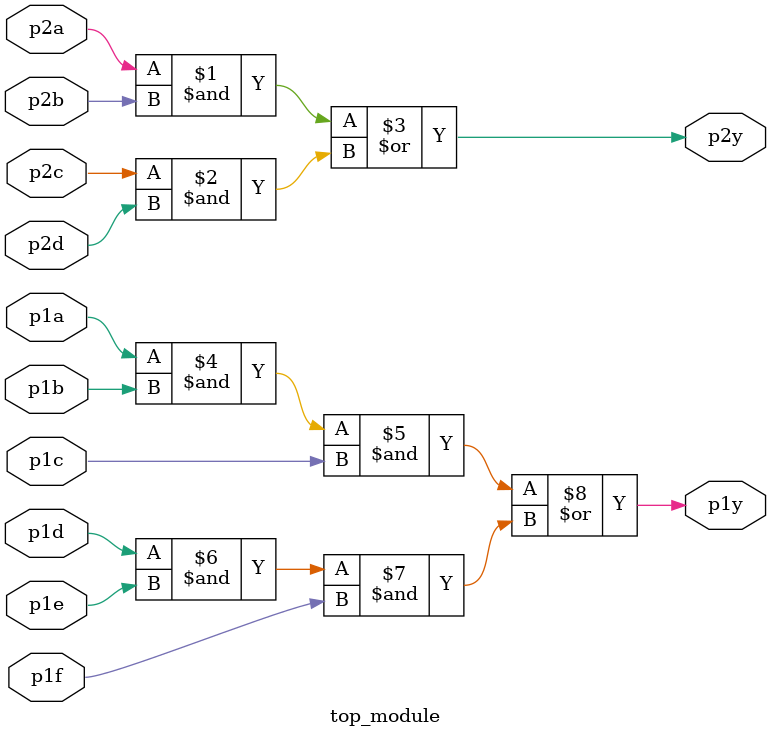
<source format=v>
module top_module ( 
    input p1a, p1b, p1c, p1d, p1e, p1f,
    output p1y,
    input p2a, p2b, p2c, p2d,
    output p2y );
    assign p2y = (p2a & p2b)|(p2c & p2d);
    assign p1y = (p1a&p1b&p1c)|(p1d&p1e&p1f);
endmodule
</source>
